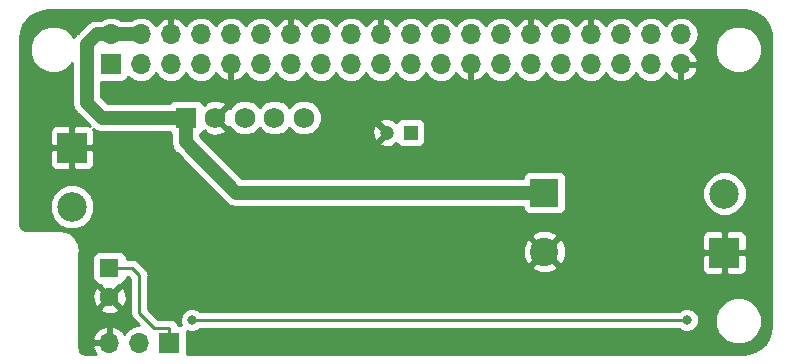
<source format=gbr>
G04 #@! TF.GenerationSoftware,KiCad,Pcbnew,(5.0.0)*
G04 #@! TF.CreationDate,2019-02-20T13:04:28+09:00*
G04 #@! TF.ProjectId,pi-ups,70692D7570732E6B696361645F706362,rev?*
G04 #@! TF.SameCoordinates,Original*
G04 #@! TF.FileFunction,Copper,L2,Bot,Signal*
G04 #@! TF.FilePolarity,Positive*
%FSLAX46Y46*%
G04 Gerber Fmt 4.6, Leading zero omitted, Abs format (unit mm)*
G04 Created by KiCad (PCBNEW (5.0.0)) date 02/20/19 13:04:28*
%MOMM*%
%LPD*%
G01*
G04 APERTURE LIST*
G04 #@! TA.AperFunction,ComponentPad*
%ADD10R,1.600000X1.600000*%
G04 #@! TD*
G04 #@! TA.AperFunction,ComponentPad*
%ADD11C,1.600000*%
G04 #@! TD*
G04 #@! TA.AperFunction,ComponentPad*
%ADD12R,1.200000X1.200000*%
G04 #@! TD*
G04 #@! TA.AperFunction,ComponentPad*
%ADD13C,1.200000*%
G04 #@! TD*
G04 #@! TA.AperFunction,ComponentPad*
%ADD14R,2.400000X2.400000*%
G04 #@! TD*
G04 #@! TA.AperFunction,ComponentPad*
%ADD15C,2.400000*%
G04 #@! TD*
G04 #@! TA.AperFunction,ComponentPad*
%ADD16C,2.500000*%
G04 #@! TD*
G04 #@! TA.AperFunction,ComponentPad*
%ADD17R,2.500000X2.500000*%
G04 #@! TD*
G04 #@! TA.AperFunction,ComponentPad*
%ADD18R,1.700000X1.700000*%
G04 #@! TD*
G04 #@! TA.AperFunction,ComponentPad*
%ADD19O,1.700000X1.700000*%
G04 #@! TD*
G04 #@! TA.AperFunction,ComponentPad*
%ADD20R,1.750000X1.750000*%
G04 #@! TD*
G04 #@! TA.AperFunction,ComponentPad*
%ADD21C,1.750000*%
G04 #@! TD*
G04 #@! TA.AperFunction,ViaPad*
%ADD22C,0.800000*%
G04 #@! TD*
G04 #@! TA.AperFunction,Conductor*
%ADD23C,0.250000*%
G04 #@! TD*
G04 #@! TA.AperFunction,Conductor*
%ADD24C,1.200000*%
G04 #@! TD*
G04 #@! TA.AperFunction,Conductor*
%ADD25C,0.254000*%
G04 #@! TD*
G04 APERTURE END LIST*
D10*
G04 #@! TO.P,C1,1*
G04 #@! TO.N,Net-(C1-Pad1)*
X95250000Y-110490000D03*
D11*
G04 #@! TO.P,C1,2*
G04 #@! TO.N,pi-06*
X95250000Y-112990000D03*
G04 #@! TD*
D12*
G04 #@! TO.P,C4,1*
G04 #@! TO.N,Net-(C3-Pad1)*
X120745000Y-99060000D03*
D13*
G04 #@! TO.P,C4,2*
G04 #@! TO.N,pi-06*
X118745000Y-99060000D03*
G04 #@! TD*
D14*
G04 #@! TO.P,C5,1*
G04 #@! TO.N,pi-02*
X132080000Y-104140000D03*
D15*
G04 #@! TO.P,C5,2*
G04 #@! TO.N,pi-06*
X132080000Y-109140000D03*
G04 #@! TD*
D16*
G04 #@! TO.P,J1,2*
G04 #@! TO.N,Net-(C1-Pad1)*
X92075000Y-105330000D03*
D17*
G04 #@! TO.P,J1,1*
G04 #@! TO.N,pi-06*
X92075000Y-100330000D03*
G04 #@! TD*
D18*
G04 #@! TO.P,J2,1*
G04 #@! TO.N,pi-01*
X95370000Y-93270000D03*
D19*
G04 #@! TO.P,J2,2*
G04 #@! TO.N,pi-02*
X95370000Y-90730000D03*
G04 #@! TO.P,J2,3*
G04 #@! TO.N,N/C*
X97910000Y-93270000D03*
G04 #@! TO.P,J2,4*
G04 #@! TO.N,pi-02*
X97910000Y-90730000D03*
G04 #@! TO.P,J2,5*
G04 #@! TO.N,N/C*
X100450000Y-93270000D03*
G04 #@! TO.P,J2,6*
G04 #@! TO.N,pi-06*
X100450000Y-90730000D03*
G04 #@! TO.P,J2,7*
G04 #@! TO.N,N/C*
X102990000Y-93270000D03*
G04 #@! TO.P,J2,8*
G04 #@! TO.N,pi-08*
X102990000Y-90730000D03*
G04 #@! TO.P,J2,9*
G04 #@! TO.N,pi-06*
X105530000Y-93270000D03*
G04 #@! TO.P,J2,10*
G04 #@! TO.N,pi-10*
X105530000Y-90730000D03*
G04 #@! TO.P,J2,11*
G04 #@! TO.N,N/C*
X108070000Y-93270000D03*
G04 #@! TO.P,J2,12*
G04 #@! TO.N,pi-12*
X108070000Y-90730000D03*
G04 #@! TO.P,J2,13*
G04 #@! TO.N,N/C*
X110610000Y-93270000D03*
G04 #@! TO.P,J2,14*
G04 #@! TO.N,pi-06*
X110610000Y-90730000D03*
G04 #@! TO.P,J2,15*
G04 #@! TO.N,N/C*
X113150000Y-93270000D03*
G04 #@! TO.P,J2,16*
X113150000Y-90730000D03*
G04 #@! TO.P,J2,17*
G04 #@! TO.N,pi-01*
X115690000Y-93270000D03*
G04 #@! TO.P,J2,18*
G04 #@! TO.N,N/C*
X115690000Y-90730000D03*
G04 #@! TO.P,J2,19*
X118230000Y-93270000D03*
G04 #@! TO.P,J2,20*
G04 #@! TO.N,pi-06*
X118230000Y-90730000D03*
G04 #@! TO.P,J2,21*
G04 #@! TO.N,N/C*
X120770000Y-93270000D03*
G04 #@! TO.P,J2,22*
X120770000Y-90730000D03*
G04 #@! TO.P,J2,23*
X123310000Y-93270000D03*
G04 #@! TO.P,J2,24*
X123310000Y-90730000D03*
G04 #@! TO.P,J2,25*
G04 #@! TO.N,pi-06*
X125850000Y-93270000D03*
G04 #@! TO.P,J2,26*
G04 #@! TO.N,N/C*
X125850000Y-90730000D03*
G04 #@! TO.P,J2,27*
X128390000Y-93270000D03*
G04 #@! TO.P,J2,28*
X128390000Y-90730000D03*
G04 #@! TO.P,J2,29*
X130930000Y-93270000D03*
G04 #@! TO.P,J2,30*
G04 #@! TO.N,pi-06*
X130930000Y-90730000D03*
G04 #@! TO.P,J2,31*
G04 #@! TO.N,N/C*
X133470000Y-93270000D03*
G04 #@! TO.P,J2,32*
X133470000Y-90730000D03*
G04 #@! TO.P,J2,33*
X136010000Y-93270000D03*
G04 #@! TO.P,J2,34*
G04 #@! TO.N,pi-06*
X136010000Y-90730000D03*
G04 #@! TO.P,J2,35*
G04 #@! TO.N,N/C*
X138550000Y-93270000D03*
G04 #@! TO.P,J2,36*
X138550000Y-90730000D03*
G04 #@! TO.P,J2,37*
G04 #@! TO.N,pi-37*
X141090000Y-93270000D03*
G04 #@! TO.P,J2,38*
G04 #@! TO.N,N/C*
X141090000Y-90730000D03*
G04 #@! TO.P,J2,39*
G04 #@! TO.N,pi-06*
X143630000Y-93270000D03*
G04 #@! TO.P,J2,40*
G04 #@! TO.N,N/C*
X143630000Y-90730000D03*
G04 #@! TD*
D20*
G04 #@! TO.P,J3,1*
G04 #@! TO.N,pi-02*
X101720000Y-97790000D03*
D21*
G04 #@! TO.P,J3,2*
G04 #@! TO.N,pi-06*
X104220000Y-97790000D03*
G04 #@! TO.P,J3,3*
G04 #@! TO.N,pi-08*
X106720000Y-97790000D03*
G04 #@! TO.P,J3,4*
G04 #@! TO.N,pi-10*
X109220000Y-97790000D03*
G04 #@! TO.P,J3,5*
G04 #@! TO.N,pi-12*
X111720000Y-97790000D03*
G04 #@! TD*
D17*
G04 #@! TO.P,J4,1*
G04 #@! TO.N,pi-06*
X147320000Y-109220000D03*
D16*
G04 #@! TO.P,J4,2*
G04 #@! TO.N,pi-02*
X147320000Y-104220000D03*
G04 #@! TD*
D18*
G04 #@! TO.P,SW1,1*
G04 #@! TO.N,Net-(C1-Pad1)*
X100330000Y-116840000D03*
D19*
G04 #@! TO.P,SW1,2*
G04 #@! TO.N,Net-(R1-Pad2)*
X97790000Y-116840000D03*
G04 #@! TO.P,SW1,3*
G04 #@! TO.N,pi-06*
X95250000Y-116840000D03*
G04 #@! TD*
D22*
G04 #@! TO.N,pi-37*
X144145000Y-114935000D03*
X102235000Y-114935000D03*
G04 #@! TD*
D23*
G04 #@! TO.N,Net-(C1-Pad1)*
X100330000Y-116840000D02*
X100330000Y-115570000D01*
X100330000Y-115570000D02*
X99060000Y-115570000D01*
X99060000Y-115570000D02*
X97790000Y-114300000D01*
X97790000Y-114300000D02*
X97790000Y-111125000D01*
X97155000Y-110490000D02*
X95250000Y-110490000D01*
X97790000Y-111125000D02*
X97155000Y-110490000D01*
D24*
G04 #@! TO.N,pi-02*
X129680000Y-104140000D02*
X132080000Y-104140000D01*
X105995000Y-104140000D02*
X129680000Y-104140000D01*
X101720000Y-99865000D02*
X105995000Y-104140000D01*
X101720000Y-97790000D02*
X101720000Y-99865000D01*
X99645000Y-97790000D02*
X101720000Y-97790000D01*
X94615000Y-97790000D02*
X99645000Y-97790000D01*
X93345000Y-96520000D02*
X94615000Y-97790000D01*
X93345000Y-91552919D02*
X93345000Y-96520000D01*
X95370000Y-90730000D02*
X94167919Y-90730000D01*
X94167919Y-90730000D02*
X93345000Y-91552919D01*
X95370000Y-90730000D02*
X97910000Y-90730000D01*
D23*
G04 #@! TO.N,pi-37*
X144145000Y-114935000D02*
X106680000Y-114935000D01*
X102235000Y-114935000D02*
X106680000Y-114935000D01*
G04 #@! TD*
D25*
G04 #@! TO.N,pi-06*
G36*
X149525708Y-88776100D02*
X150023212Y-88956685D01*
X150465835Y-89246881D01*
X150829823Y-89631116D01*
X151095658Y-90088784D01*
X151251892Y-90604629D01*
X151290000Y-91031618D01*
X151290001Y-115314712D01*
X151286063Y-115325301D01*
X151269945Y-115414884D01*
X151199405Y-116019918D01*
X151020809Y-116511944D01*
X150733810Y-116949689D01*
X150353807Y-117309670D01*
X149901180Y-117572576D01*
X149390584Y-117727220D01*
X148934663Y-117767910D01*
X148828463Y-117790000D01*
X101807549Y-117790000D01*
X101827440Y-117690000D01*
X101827440Y-115990000D01*
X101804995Y-115877162D01*
X102029126Y-115970000D01*
X102440874Y-115970000D01*
X102821280Y-115812431D01*
X102938711Y-115695000D01*
X143441289Y-115695000D01*
X143558720Y-115812431D01*
X143939126Y-115970000D01*
X144350874Y-115970000D01*
X144731280Y-115812431D01*
X145022431Y-115521280D01*
X145180000Y-115140874D01*
X145180000Y-114729126D01*
X145128652Y-114605159D01*
X146515000Y-114605159D01*
X146515000Y-115394841D01*
X146817199Y-116124412D01*
X147375588Y-116682801D01*
X148105159Y-116985000D01*
X148894841Y-116985000D01*
X149624412Y-116682801D01*
X150182801Y-116124412D01*
X150485000Y-115394841D01*
X150485000Y-114605159D01*
X150182801Y-113875588D01*
X149624412Y-113317199D01*
X148894841Y-113015000D01*
X148105159Y-113015000D01*
X147375588Y-113317199D01*
X146817199Y-113875588D01*
X146515000Y-114605159D01*
X145128652Y-114605159D01*
X145022431Y-114348720D01*
X144731280Y-114057569D01*
X144350874Y-113900000D01*
X143939126Y-113900000D01*
X143558720Y-114057569D01*
X143441289Y-114175000D01*
X102938711Y-114175000D01*
X102821280Y-114057569D01*
X102440874Y-113900000D01*
X102029126Y-113900000D01*
X101648720Y-114057569D01*
X101357569Y-114348720D01*
X101200000Y-114729126D01*
X101200000Y-115140874D01*
X101292838Y-115365005D01*
X101180000Y-115342560D01*
X101059648Y-115342560D01*
X101045904Y-115273463D01*
X100877929Y-115022071D01*
X100626537Y-114854096D01*
X100404852Y-114810000D01*
X100330000Y-114795111D01*
X100255148Y-114810000D01*
X99374802Y-114810000D01*
X98550000Y-113985199D01*
X98550000Y-111199848D01*
X98564888Y-111125000D01*
X98550000Y-111050152D01*
X98550000Y-111050148D01*
X98505904Y-110828463D01*
X98337929Y-110577071D01*
X98274473Y-110534671D01*
X98176977Y-110437175D01*
X130962430Y-110437175D01*
X131085565Y-110724788D01*
X131767734Y-110984707D01*
X132497443Y-110963786D01*
X133074435Y-110724788D01*
X133197570Y-110437175D01*
X132080000Y-109319605D01*
X130962430Y-110437175D01*
X98176977Y-110437175D01*
X97745331Y-110005530D01*
X97702929Y-109942071D01*
X97451537Y-109774096D01*
X97229852Y-109730000D01*
X97229847Y-109730000D01*
X97155000Y-109715112D01*
X97080153Y-109730000D01*
X96697440Y-109730000D01*
X96697440Y-109690000D01*
X96648157Y-109442235D01*
X96507809Y-109232191D01*
X96297765Y-109091843D01*
X96050000Y-109042560D01*
X94450000Y-109042560D01*
X94202235Y-109091843D01*
X93992191Y-109232191D01*
X93851843Y-109442235D01*
X93802560Y-109690000D01*
X93802560Y-111290000D01*
X93851843Y-111537765D01*
X93992191Y-111747809D01*
X94202235Y-111888157D01*
X94436187Y-111934693D01*
X94421861Y-111982255D01*
X95250000Y-112810395D01*
X96078139Y-111982255D01*
X96063813Y-111934693D01*
X96297765Y-111888157D01*
X96507809Y-111747809D01*
X96648157Y-111537765D01*
X96697440Y-111290000D01*
X96697440Y-111250000D01*
X96840199Y-111250000D01*
X97030001Y-111439803D01*
X97030000Y-114225153D01*
X97015112Y-114300000D01*
X97030000Y-114374847D01*
X97030000Y-114374851D01*
X97074096Y-114596536D01*
X97242071Y-114847929D01*
X97305530Y-114890331D01*
X97770199Y-115355000D01*
X97643744Y-115355000D01*
X97210582Y-115441161D01*
X96719375Y-115769375D01*
X96506157Y-116088478D01*
X96445183Y-115958642D01*
X96016924Y-115568355D01*
X95606890Y-115398524D01*
X95377000Y-115519845D01*
X95377000Y-116713000D01*
X95397000Y-116713000D01*
X95397000Y-116967000D01*
X95377000Y-116967000D01*
X95377000Y-116987000D01*
X95123000Y-116987000D01*
X95123000Y-116967000D01*
X93929181Y-116967000D01*
X93808514Y-117196892D01*
X94054817Y-117721358D01*
X94130137Y-117790000D01*
X93169650Y-117790000D01*
X93143391Y-117779123D01*
X92904101Y-117731525D01*
X92822798Y-117677201D01*
X92768475Y-117595901D01*
X92720877Y-117356609D01*
X92710000Y-117330350D01*
X92710000Y-116483108D01*
X93808514Y-116483108D01*
X93929181Y-116713000D01*
X95123000Y-116713000D01*
X95123000Y-115519845D01*
X94893110Y-115398524D01*
X94483076Y-115568355D01*
X94054817Y-115958642D01*
X93808514Y-116483108D01*
X92710000Y-116483108D01*
X92710000Y-113997745D01*
X94421861Y-113997745D01*
X94495995Y-114243864D01*
X95033223Y-114436965D01*
X95603454Y-114409778D01*
X96004005Y-114243864D01*
X96078139Y-113997745D01*
X95250000Y-113169605D01*
X94421861Y-113997745D01*
X92710000Y-113997745D01*
X92710000Y-112773223D01*
X93803035Y-112773223D01*
X93830222Y-113343454D01*
X93996136Y-113744005D01*
X94242255Y-113818139D01*
X95070395Y-112990000D01*
X95429605Y-112990000D01*
X96257745Y-113818139D01*
X96503864Y-113744005D01*
X96696965Y-113206777D01*
X96669778Y-112636546D01*
X96503864Y-112235995D01*
X96257745Y-112161861D01*
X95429605Y-112990000D01*
X95070395Y-112990000D01*
X94242255Y-112161861D01*
X93996136Y-112235995D01*
X93803035Y-112773223D01*
X92710000Y-112773223D01*
X92710000Y-109169651D01*
X92720877Y-109143392D01*
X92720877Y-108856609D01*
X92715134Y-108827734D01*
X130235293Y-108827734D01*
X130256214Y-109557443D01*
X130495212Y-110134435D01*
X130782825Y-110257570D01*
X131900395Y-109140000D01*
X132259605Y-109140000D01*
X133377175Y-110257570D01*
X133664788Y-110134435D01*
X133904328Y-109505750D01*
X145435000Y-109505750D01*
X145435000Y-110596309D01*
X145531673Y-110829698D01*
X145710301Y-111008327D01*
X145943690Y-111105000D01*
X147034250Y-111105000D01*
X147193000Y-110946250D01*
X147193000Y-109347000D01*
X147447000Y-109347000D01*
X147447000Y-110946250D01*
X147605750Y-111105000D01*
X148696310Y-111105000D01*
X148929699Y-111008327D01*
X149108327Y-110829698D01*
X149205000Y-110596309D01*
X149205000Y-109505750D01*
X149046250Y-109347000D01*
X147447000Y-109347000D01*
X147193000Y-109347000D01*
X145593750Y-109347000D01*
X145435000Y-109505750D01*
X133904328Y-109505750D01*
X133924707Y-109452266D01*
X133903786Y-108722557D01*
X133664788Y-108145565D01*
X133377175Y-108022430D01*
X132259605Y-109140000D01*
X131900395Y-109140000D01*
X130782825Y-108022430D01*
X130495212Y-108145565D01*
X130235293Y-108827734D01*
X92715134Y-108827734D01*
X92644757Y-108473926D01*
X92535010Y-108208974D01*
X92535010Y-108208973D01*
X92318237Y-107884549D01*
X92276513Y-107842825D01*
X130962430Y-107842825D01*
X132080000Y-108960395D01*
X133196704Y-107843691D01*
X145435000Y-107843691D01*
X145435000Y-108934250D01*
X145593750Y-109093000D01*
X147193000Y-109093000D01*
X147193000Y-107493750D01*
X147447000Y-107493750D01*
X147447000Y-109093000D01*
X149046250Y-109093000D01*
X149205000Y-108934250D01*
X149205000Y-107843691D01*
X149108327Y-107610302D01*
X148929699Y-107431673D01*
X148696310Y-107335000D01*
X147605750Y-107335000D01*
X147447000Y-107493750D01*
X147193000Y-107493750D01*
X147034250Y-107335000D01*
X145943690Y-107335000D01*
X145710301Y-107431673D01*
X145531673Y-107610302D01*
X145435000Y-107843691D01*
X133196704Y-107843691D01*
X133197570Y-107842825D01*
X133074435Y-107555212D01*
X132392266Y-107295293D01*
X131662557Y-107316214D01*
X131085565Y-107555212D01*
X130962430Y-107842825D01*
X92276513Y-107842825D01*
X92224714Y-107791026D01*
X92115451Y-107681762D01*
X91791027Y-107464990D01*
X91526074Y-107355243D01*
X91143391Y-107279123D01*
X90856608Y-107279123D01*
X90830349Y-107290000D01*
X88169650Y-107290000D01*
X88143391Y-107279123D01*
X87904101Y-107231525D01*
X87822798Y-107177201D01*
X87768475Y-107095901D01*
X87720877Y-106856609D01*
X87710000Y-106830350D01*
X87710000Y-104955050D01*
X90190000Y-104955050D01*
X90190000Y-105704950D01*
X90476974Y-106397767D01*
X91007233Y-106928026D01*
X91700050Y-107215000D01*
X92449950Y-107215000D01*
X93142767Y-106928026D01*
X93673026Y-106397767D01*
X93960000Y-105704950D01*
X93960000Y-104955050D01*
X93673026Y-104262233D01*
X93142767Y-103731974D01*
X92449950Y-103445000D01*
X91700050Y-103445000D01*
X91007233Y-103731974D01*
X90476974Y-104262233D01*
X90190000Y-104955050D01*
X87710000Y-104955050D01*
X87710000Y-100615750D01*
X90190000Y-100615750D01*
X90190000Y-101706309D01*
X90286673Y-101939698D01*
X90465301Y-102118327D01*
X90698690Y-102215000D01*
X91789250Y-102215000D01*
X91948000Y-102056250D01*
X91948000Y-100457000D01*
X92202000Y-100457000D01*
X92202000Y-102056250D01*
X92360750Y-102215000D01*
X93451310Y-102215000D01*
X93684699Y-102118327D01*
X93863327Y-101939698D01*
X93960000Y-101706309D01*
X93960000Y-100615750D01*
X93801250Y-100457000D01*
X92202000Y-100457000D01*
X91948000Y-100457000D01*
X90348750Y-100457000D01*
X90190000Y-100615750D01*
X87710000Y-100615750D01*
X87710000Y-98953691D01*
X90190000Y-98953691D01*
X90190000Y-100044250D01*
X90348750Y-100203000D01*
X91948000Y-100203000D01*
X91948000Y-98603750D01*
X91789250Y-98445000D01*
X90698690Y-98445000D01*
X90465301Y-98541673D01*
X90286673Y-98720302D01*
X90190000Y-98953691D01*
X87710000Y-98953691D01*
X87710000Y-91605159D01*
X88515000Y-91605159D01*
X88515000Y-92394841D01*
X88817199Y-93124412D01*
X89375588Y-93682801D01*
X90105159Y-93985000D01*
X90894841Y-93985000D01*
X91624412Y-93682801D01*
X92110000Y-93197213D01*
X92110001Y-96398363D01*
X92085806Y-96520000D01*
X92181656Y-97001872D01*
X92385714Y-97307267D01*
X92385716Y-97307269D01*
X92454616Y-97410385D01*
X92557731Y-97479284D01*
X93574454Y-98496008D01*
X93451310Y-98445000D01*
X92360750Y-98445000D01*
X92202000Y-98603750D01*
X92202000Y-100203000D01*
X93801250Y-100203000D01*
X93960000Y-100044250D01*
X93960000Y-98953691D01*
X93893548Y-98793263D01*
X93918258Y-98809773D01*
X94133127Y-98953344D01*
X94493364Y-99025000D01*
X94493368Y-99025000D01*
X94614999Y-99049194D01*
X94736630Y-99025000D01*
X100321837Y-99025000D01*
X100387191Y-99122809D01*
X100485001Y-99188164D01*
X100485001Y-99743364D01*
X100460806Y-99865000D01*
X100556656Y-100346872D01*
X100760714Y-100652267D01*
X100760716Y-100652269D01*
X100829616Y-100755385D01*
X100932732Y-100824285D01*
X105035715Y-104927269D01*
X105104615Y-105030385D01*
X105207731Y-105099285D01*
X105207732Y-105099286D01*
X105489814Y-105287767D01*
X105513127Y-105303344D01*
X105873364Y-105375000D01*
X105873368Y-105375000D01*
X105995000Y-105399194D01*
X106116632Y-105375000D01*
X130239522Y-105375000D01*
X130281843Y-105587765D01*
X130422191Y-105797809D01*
X130632235Y-105938157D01*
X130880000Y-105987440D01*
X133280000Y-105987440D01*
X133527765Y-105938157D01*
X133737809Y-105797809D01*
X133878157Y-105587765D01*
X133927440Y-105340000D01*
X133927440Y-103845050D01*
X145435000Y-103845050D01*
X145435000Y-104594950D01*
X145721974Y-105287767D01*
X146252233Y-105818026D01*
X146945050Y-106105000D01*
X147694950Y-106105000D01*
X148387767Y-105818026D01*
X148918026Y-105287767D01*
X149205000Y-104594950D01*
X149205000Y-103845050D01*
X148918026Y-103152233D01*
X148387767Y-102621974D01*
X147694950Y-102335000D01*
X146945050Y-102335000D01*
X146252233Y-102621974D01*
X145721974Y-103152233D01*
X145435000Y-103845050D01*
X133927440Y-103845050D01*
X133927440Y-102940000D01*
X133878157Y-102692235D01*
X133737809Y-102482191D01*
X133527765Y-102341843D01*
X133280000Y-102292560D01*
X130880000Y-102292560D01*
X130632235Y-102341843D01*
X130422191Y-102482191D01*
X130281843Y-102692235D01*
X130239522Y-102905000D01*
X106506554Y-102905000D01*
X102955000Y-99353447D01*
X102955000Y-99188163D01*
X103052809Y-99122809D01*
X103183475Y-98927255D01*
X103222914Y-98966694D01*
X103337546Y-98852062D01*
X103420884Y-99105953D01*
X103985306Y-99311590D01*
X104585458Y-99285579D01*
X105019116Y-99105953D01*
X105102455Y-98852060D01*
X104220000Y-97969605D01*
X104205858Y-97983748D01*
X104026253Y-97804143D01*
X104040395Y-97790000D01*
X104399605Y-97790000D01*
X105282060Y-98672455D01*
X105430879Y-98623606D01*
X105439884Y-98645346D01*
X105864654Y-99070116D01*
X106419642Y-99300000D01*
X107020358Y-99300000D01*
X107575346Y-99070116D01*
X107970000Y-98675462D01*
X108364654Y-99070116D01*
X108919642Y-99300000D01*
X109520358Y-99300000D01*
X110075346Y-99070116D01*
X110470000Y-98675462D01*
X110864654Y-99070116D01*
X111419642Y-99300000D01*
X112020358Y-99300000D01*
X112575346Y-99070116D01*
X112754426Y-98891036D01*
X117497193Y-98891036D01*
X117527518Y-99381413D01*
X117656836Y-99693617D01*
X117882265Y-99743130D01*
X118565395Y-99060000D01*
X117882265Y-98376870D01*
X117656836Y-98426383D01*
X117497193Y-98891036D01*
X112754426Y-98891036D01*
X113000116Y-98645346D01*
X113185717Y-98197265D01*
X118061870Y-98197265D01*
X118745000Y-98880395D01*
X118759143Y-98866253D01*
X118938748Y-99045858D01*
X118924605Y-99060000D01*
X118938748Y-99074143D01*
X118759143Y-99253748D01*
X118745000Y-99239605D01*
X118061870Y-99922735D01*
X118111383Y-100148164D01*
X118576036Y-100307807D01*
X119066413Y-100277482D01*
X119378617Y-100148164D01*
X119428129Y-99922737D01*
X119543822Y-100038430D01*
X119597970Y-99984282D01*
X119687191Y-100117809D01*
X119897235Y-100258157D01*
X120145000Y-100307440D01*
X121345000Y-100307440D01*
X121592765Y-100258157D01*
X121802809Y-100117809D01*
X121943157Y-99907765D01*
X121992440Y-99660000D01*
X121992440Y-98460000D01*
X121943157Y-98212235D01*
X121802809Y-98002191D01*
X121592765Y-97861843D01*
X121345000Y-97812560D01*
X120145000Y-97812560D01*
X119897235Y-97861843D01*
X119687191Y-98002191D01*
X119597970Y-98135718D01*
X119543822Y-98081570D01*
X119428129Y-98197263D01*
X119378617Y-97971836D01*
X118913964Y-97812193D01*
X118423587Y-97842518D01*
X118111383Y-97971836D01*
X118061870Y-98197265D01*
X113185717Y-98197265D01*
X113230000Y-98090358D01*
X113230000Y-97489642D01*
X113000116Y-96934654D01*
X112575346Y-96509884D01*
X112020358Y-96280000D01*
X111419642Y-96280000D01*
X110864654Y-96509884D01*
X110470000Y-96904538D01*
X110075346Y-96509884D01*
X109520358Y-96280000D01*
X108919642Y-96280000D01*
X108364654Y-96509884D01*
X107970000Y-96904538D01*
X107575346Y-96509884D01*
X107020358Y-96280000D01*
X106419642Y-96280000D01*
X105864654Y-96509884D01*
X105439884Y-96934654D01*
X105430879Y-96956394D01*
X105282060Y-96907545D01*
X104399605Y-97790000D01*
X104040395Y-97790000D01*
X104026253Y-97775858D01*
X104205858Y-97596253D01*
X104220000Y-97610395D01*
X105102455Y-96727940D01*
X105019116Y-96474047D01*
X104454694Y-96268410D01*
X103854542Y-96294421D01*
X103420884Y-96474047D01*
X103337546Y-96727938D01*
X103222914Y-96613306D01*
X103183475Y-96652745D01*
X103052809Y-96457191D01*
X102842765Y-96316843D01*
X102595000Y-96267560D01*
X100845000Y-96267560D01*
X100597235Y-96316843D01*
X100387191Y-96457191D01*
X100321837Y-96555000D01*
X95126554Y-96555000D01*
X94580000Y-96008447D01*
X94580000Y-94767440D01*
X96220000Y-94767440D01*
X96467765Y-94718157D01*
X96677809Y-94577809D01*
X96818157Y-94367765D01*
X96827184Y-94322381D01*
X96839375Y-94340625D01*
X97330582Y-94668839D01*
X97763744Y-94755000D01*
X98056256Y-94755000D01*
X98489418Y-94668839D01*
X98980625Y-94340625D01*
X99180000Y-94042239D01*
X99379375Y-94340625D01*
X99870582Y-94668839D01*
X100303744Y-94755000D01*
X100596256Y-94755000D01*
X101029418Y-94668839D01*
X101520625Y-94340625D01*
X101720000Y-94042239D01*
X101919375Y-94340625D01*
X102410582Y-94668839D01*
X102843744Y-94755000D01*
X103136256Y-94755000D01*
X103569418Y-94668839D01*
X104060625Y-94340625D01*
X104273843Y-94021522D01*
X104334817Y-94151358D01*
X104763076Y-94541645D01*
X105173110Y-94711476D01*
X105403000Y-94590155D01*
X105403000Y-93397000D01*
X105383000Y-93397000D01*
X105383000Y-93143000D01*
X105403000Y-93143000D01*
X105403000Y-93123000D01*
X105657000Y-93123000D01*
X105657000Y-93143000D01*
X105677000Y-93143000D01*
X105677000Y-93397000D01*
X105657000Y-93397000D01*
X105657000Y-94590155D01*
X105886890Y-94711476D01*
X106296924Y-94541645D01*
X106725183Y-94151358D01*
X106786157Y-94021522D01*
X106999375Y-94340625D01*
X107490582Y-94668839D01*
X107923744Y-94755000D01*
X108216256Y-94755000D01*
X108649418Y-94668839D01*
X109140625Y-94340625D01*
X109340000Y-94042239D01*
X109539375Y-94340625D01*
X110030582Y-94668839D01*
X110463744Y-94755000D01*
X110756256Y-94755000D01*
X111189418Y-94668839D01*
X111680625Y-94340625D01*
X111880000Y-94042239D01*
X112079375Y-94340625D01*
X112570582Y-94668839D01*
X113003744Y-94755000D01*
X113296256Y-94755000D01*
X113729418Y-94668839D01*
X114220625Y-94340625D01*
X114420000Y-94042239D01*
X114619375Y-94340625D01*
X115110582Y-94668839D01*
X115543744Y-94755000D01*
X115836256Y-94755000D01*
X116269418Y-94668839D01*
X116760625Y-94340625D01*
X116960000Y-94042239D01*
X117159375Y-94340625D01*
X117650582Y-94668839D01*
X118083744Y-94755000D01*
X118376256Y-94755000D01*
X118809418Y-94668839D01*
X119300625Y-94340625D01*
X119500000Y-94042239D01*
X119699375Y-94340625D01*
X120190582Y-94668839D01*
X120623744Y-94755000D01*
X120916256Y-94755000D01*
X121349418Y-94668839D01*
X121840625Y-94340625D01*
X122040000Y-94042239D01*
X122239375Y-94340625D01*
X122730582Y-94668839D01*
X123163744Y-94755000D01*
X123456256Y-94755000D01*
X123889418Y-94668839D01*
X124380625Y-94340625D01*
X124593843Y-94021522D01*
X124654817Y-94151358D01*
X125083076Y-94541645D01*
X125493110Y-94711476D01*
X125723000Y-94590155D01*
X125723000Y-93397000D01*
X125703000Y-93397000D01*
X125703000Y-93143000D01*
X125723000Y-93143000D01*
X125723000Y-93123000D01*
X125977000Y-93123000D01*
X125977000Y-93143000D01*
X125997000Y-93143000D01*
X125997000Y-93397000D01*
X125977000Y-93397000D01*
X125977000Y-94590155D01*
X126206890Y-94711476D01*
X126616924Y-94541645D01*
X127045183Y-94151358D01*
X127106157Y-94021522D01*
X127319375Y-94340625D01*
X127810582Y-94668839D01*
X128243744Y-94755000D01*
X128536256Y-94755000D01*
X128969418Y-94668839D01*
X129460625Y-94340625D01*
X129660000Y-94042239D01*
X129859375Y-94340625D01*
X130350582Y-94668839D01*
X130783744Y-94755000D01*
X131076256Y-94755000D01*
X131509418Y-94668839D01*
X132000625Y-94340625D01*
X132200000Y-94042239D01*
X132399375Y-94340625D01*
X132890582Y-94668839D01*
X133323744Y-94755000D01*
X133616256Y-94755000D01*
X134049418Y-94668839D01*
X134540625Y-94340625D01*
X134740000Y-94042239D01*
X134939375Y-94340625D01*
X135430582Y-94668839D01*
X135863744Y-94755000D01*
X136156256Y-94755000D01*
X136589418Y-94668839D01*
X137080625Y-94340625D01*
X137280000Y-94042239D01*
X137479375Y-94340625D01*
X137970582Y-94668839D01*
X138403744Y-94755000D01*
X138696256Y-94755000D01*
X139129418Y-94668839D01*
X139620625Y-94340625D01*
X139820000Y-94042239D01*
X140019375Y-94340625D01*
X140510582Y-94668839D01*
X140943744Y-94755000D01*
X141236256Y-94755000D01*
X141669418Y-94668839D01*
X142160625Y-94340625D01*
X142373843Y-94021522D01*
X142434817Y-94151358D01*
X142863076Y-94541645D01*
X143273110Y-94711476D01*
X143503000Y-94590155D01*
X143503000Y-93397000D01*
X143757000Y-93397000D01*
X143757000Y-94590155D01*
X143986890Y-94711476D01*
X144396924Y-94541645D01*
X144825183Y-94151358D01*
X145071486Y-93626892D01*
X144950819Y-93397000D01*
X143757000Y-93397000D01*
X143503000Y-93397000D01*
X143483000Y-93397000D01*
X143483000Y-93143000D01*
X143503000Y-93143000D01*
X143503000Y-93123000D01*
X143757000Y-93123000D01*
X143757000Y-93143000D01*
X144950819Y-93143000D01*
X145071486Y-92913108D01*
X144825183Y-92388642D01*
X144400214Y-92001353D01*
X144700625Y-91800625D01*
X144831231Y-91605159D01*
X146515000Y-91605159D01*
X146515000Y-92394841D01*
X146817199Y-93124412D01*
X147375588Y-93682801D01*
X148105159Y-93985000D01*
X148894841Y-93985000D01*
X149624412Y-93682801D01*
X150182801Y-93124412D01*
X150485000Y-92394841D01*
X150485000Y-91605159D01*
X150182801Y-90875588D01*
X149624412Y-90317199D01*
X148894841Y-90015000D01*
X148105159Y-90015000D01*
X147375588Y-90317199D01*
X146817199Y-90875588D01*
X146515000Y-91605159D01*
X144831231Y-91605159D01*
X145028839Y-91309418D01*
X145144092Y-90730000D01*
X145028839Y-90150582D01*
X144700625Y-89659375D01*
X144209418Y-89331161D01*
X143776256Y-89245000D01*
X143483744Y-89245000D01*
X143050582Y-89331161D01*
X142559375Y-89659375D01*
X142360000Y-89957761D01*
X142160625Y-89659375D01*
X141669418Y-89331161D01*
X141236256Y-89245000D01*
X140943744Y-89245000D01*
X140510582Y-89331161D01*
X140019375Y-89659375D01*
X139820000Y-89957761D01*
X139620625Y-89659375D01*
X139129418Y-89331161D01*
X138696256Y-89245000D01*
X138403744Y-89245000D01*
X137970582Y-89331161D01*
X137479375Y-89659375D01*
X137266157Y-89978478D01*
X137205183Y-89848642D01*
X136776924Y-89458355D01*
X136366890Y-89288524D01*
X136137000Y-89409845D01*
X136137000Y-90603000D01*
X136157000Y-90603000D01*
X136157000Y-90857000D01*
X136137000Y-90857000D01*
X136137000Y-90877000D01*
X135883000Y-90877000D01*
X135883000Y-90857000D01*
X135863000Y-90857000D01*
X135863000Y-90603000D01*
X135883000Y-90603000D01*
X135883000Y-89409845D01*
X135653110Y-89288524D01*
X135243076Y-89458355D01*
X134814817Y-89848642D01*
X134753843Y-89978478D01*
X134540625Y-89659375D01*
X134049418Y-89331161D01*
X133616256Y-89245000D01*
X133323744Y-89245000D01*
X132890582Y-89331161D01*
X132399375Y-89659375D01*
X132186157Y-89978478D01*
X132125183Y-89848642D01*
X131696924Y-89458355D01*
X131286890Y-89288524D01*
X131057000Y-89409845D01*
X131057000Y-90603000D01*
X131077000Y-90603000D01*
X131077000Y-90857000D01*
X131057000Y-90857000D01*
X131057000Y-90877000D01*
X130803000Y-90877000D01*
X130803000Y-90857000D01*
X130783000Y-90857000D01*
X130783000Y-90603000D01*
X130803000Y-90603000D01*
X130803000Y-89409845D01*
X130573110Y-89288524D01*
X130163076Y-89458355D01*
X129734817Y-89848642D01*
X129673843Y-89978478D01*
X129460625Y-89659375D01*
X128969418Y-89331161D01*
X128536256Y-89245000D01*
X128243744Y-89245000D01*
X127810582Y-89331161D01*
X127319375Y-89659375D01*
X127120000Y-89957761D01*
X126920625Y-89659375D01*
X126429418Y-89331161D01*
X125996256Y-89245000D01*
X125703744Y-89245000D01*
X125270582Y-89331161D01*
X124779375Y-89659375D01*
X124580000Y-89957761D01*
X124380625Y-89659375D01*
X123889418Y-89331161D01*
X123456256Y-89245000D01*
X123163744Y-89245000D01*
X122730582Y-89331161D01*
X122239375Y-89659375D01*
X122040000Y-89957761D01*
X121840625Y-89659375D01*
X121349418Y-89331161D01*
X120916256Y-89245000D01*
X120623744Y-89245000D01*
X120190582Y-89331161D01*
X119699375Y-89659375D01*
X119486157Y-89978478D01*
X119425183Y-89848642D01*
X118996924Y-89458355D01*
X118586890Y-89288524D01*
X118357000Y-89409845D01*
X118357000Y-90603000D01*
X118377000Y-90603000D01*
X118377000Y-90857000D01*
X118357000Y-90857000D01*
X118357000Y-90877000D01*
X118103000Y-90877000D01*
X118103000Y-90857000D01*
X118083000Y-90857000D01*
X118083000Y-90603000D01*
X118103000Y-90603000D01*
X118103000Y-89409845D01*
X117873110Y-89288524D01*
X117463076Y-89458355D01*
X117034817Y-89848642D01*
X116973843Y-89978478D01*
X116760625Y-89659375D01*
X116269418Y-89331161D01*
X115836256Y-89245000D01*
X115543744Y-89245000D01*
X115110582Y-89331161D01*
X114619375Y-89659375D01*
X114420000Y-89957761D01*
X114220625Y-89659375D01*
X113729418Y-89331161D01*
X113296256Y-89245000D01*
X113003744Y-89245000D01*
X112570582Y-89331161D01*
X112079375Y-89659375D01*
X111866157Y-89978478D01*
X111805183Y-89848642D01*
X111376924Y-89458355D01*
X110966890Y-89288524D01*
X110737000Y-89409845D01*
X110737000Y-90603000D01*
X110757000Y-90603000D01*
X110757000Y-90857000D01*
X110737000Y-90857000D01*
X110737000Y-90877000D01*
X110483000Y-90877000D01*
X110483000Y-90857000D01*
X110463000Y-90857000D01*
X110463000Y-90603000D01*
X110483000Y-90603000D01*
X110483000Y-89409845D01*
X110253110Y-89288524D01*
X109843076Y-89458355D01*
X109414817Y-89848642D01*
X109353843Y-89978478D01*
X109140625Y-89659375D01*
X108649418Y-89331161D01*
X108216256Y-89245000D01*
X107923744Y-89245000D01*
X107490582Y-89331161D01*
X106999375Y-89659375D01*
X106800000Y-89957761D01*
X106600625Y-89659375D01*
X106109418Y-89331161D01*
X105676256Y-89245000D01*
X105383744Y-89245000D01*
X104950582Y-89331161D01*
X104459375Y-89659375D01*
X104260000Y-89957761D01*
X104060625Y-89659375D01*
X103569418Y-89331161D01*
X103136256Y-89245000D01*
X102843744Y-89245000D01*
X102410582Y-89331161D01*
X101919375Y-89659375D01*
X101706157Y-89978478D01*
X101645183Y-89848642D01*
X101216924Y-89458355D01*
X100806890Y-89288524D01*
X100577000Y-89409845D01*
X100577000Y-90603000D01*
X100597000Y-90603000D01*
X100597000Y-90857000D01*
X100577000Y-90857000D01*
X100577000Y-90877000D01*
X100323000Y-90877000D01*
X100323000Y-90857000D01*
X100303000Y-90857000D01*
X100303000Y-90603000D01*
X100323000Y-90603000D01*
X100323000Y-89409845D01*
X100093110Y-89288524D01*
X99683076Y-89458355D01*
X99254817Y-89848642D01*
X99193843Y-89978478D01*
X98980625Y-89659375D01*
X98489418Y-89331161D01*
X98056256Y-89245000D01*
X97763744Y-89245000D01*
X97330582Y-89331161D01*
X97085380Y-89495000D01*
X96194620Y-89495000D01*
X95949418Y-89331161D01*
X95516256Y-89245000D01*
X95223744Y-89245000D01*
X94790582Y-89331161D01*
X94545380Y-89495000D01*
X94289549Y-89495000D01*
X94167918Y-89470806D01*
X94046287Y-89495000D01*
X94046283Y-89495000D01*
X93686046Y-89566656D01*
X93511154Y-89683515D01*
X93380651Y-89770714D01*
X93380650Y-89770715D01*
X93277534Y-89839615D01*
X93208634Y-89942731D01*
X92557733Y-90593633D01*
X92454615Y-90662534D01*
X92232342Y-90995190D01*
X92182801Y-90875588D01*
X91624412Y-90317199D01*
X90894841Y-90015000D01*
X90105159Y-90015000D01*
X89375588Y-90317199D01*
X88817199Y-90875588D01*
X88515000Y-91605159D01*
X87710000Y-91605159D01*
X87710000Y-91041247D01*
X87776100Y-90474292D01*
X87956685Y-89976788D01*
X88246881Y-89534165D01*
X88631116Y-89170177D01*
X89088784Y-88904342D01*
X89604629Y-88748108D01*
X90031618Y-88710000D01*
X148958753Y-88710000D01*
X149525708Y-88776100D01*
X149525708Y-88776100D01*
G37*
X149525708Y-88776100D02*
X150023212Y-88956685D01*
X150465835Y-89246881D01*
X150829823Y-89631116D01*
X151095658Y-90088784D01*
X151251892Y-90604629D01*
X151290000Y-91031618D01*
X151290001Y-115314712D01*
X151286063Y-115325301D01*
X151269945Y-115414884D01*
X151199405Y-116019918D01*
X151020809Y-116511944D01*
X150733810Y-116949689D01*
X150353807Y-117309670D01*
X149901180Y-117572576D01*
X149390584Y-117727220D01*
X148934663Y-117767910D01*
X148828463Y-117790000D01*
X101807549Y-117790000D01*
X101827440Y-117690000D01*
X101827440Y-115990000D01*
X101804995Y-115877162D01*
X102029126Y-115970000D01*
X102440874Y-115970000D01*
X102821280Y-115812431D01*
X102938711Y-115695000D01*
X143441289Y-115695000D01*
X143558720Y-115812431D01*
X143939126Y-115970000D01*
X144350874Y-115970000D01*
X144731280Y-115812431D01*
X145022431Y-115521280D01*
X145180000Y-115140874D01*
X145180000Y-114729126D01*
X145128652Y-114605159D01*
X146515000Y-114605159D01*
X146515000Y-115394841D01*
X146817199Y-116124412D01*
X147375588Y-116682801D01*
X148105159Y-116985000D01*
X148894841Y-116985000D01*
X149624412Y-116682801D01*
X150182801Y-116124412D01*
X150485000Y-115394841D01*
X150485000Y-114605159D01*
X150182801Y-113875588D01*
X149624412Y-113317199D01*
X148894841Y-113015000D01*
X148105159Y-113015000D01*
X147375588Y-113317199D01*
X146817199Y-113875588D01*
X146515000Y-114605159D01*
X145128652Y-114605159D01*
X145022431Y-114348720D01*
X144731280Y-114057569D01*
X144350874Y-113900000D01*
X143939126Y-113900000D01*
X143558720Y-114057569D01*
X143441289Y-114175000D01*
X102938711Y-114175000D01*
X102821280Y-114057569D01*
X102440874Y-113900000D01*
X102029126Y-113900000D01*
X101648720Y-114057569D01*
X101357569Y-114348720D01*
X101200000Y-114729126D01*
X101200000Y-115140874D01*
X101292838Y-115365005D01*
X101180000Y-115342560D01*
X101059648Y-115342560D01*
X101045904Y-115273463D01*
X100877929Y-115022071D01*
X100626537Y-114854096D01*
X100404852Y-114810000D01*
X100330000Y-114795111D01*
X100255148Y-114810000D01*
X99374802Y-114810000D01*
X98550000Y-113985199D01*
X98550000Y-111199848D01*
X98564888Y-111125000D01*
X98550000Y-111050152D01*
X98550000Y-111050148D01*
X98505904Y-110828463D01*
X98337929Y-110577071D01*
X98274473Y-110534671D01*
X98176977Y-110437175D01*
X130962430Y-110437175D01*
X131085565Y-110724788D01*
X131767734Y-110984707D01*
X132497443Y-110963786D01*
X133074435Y-110724788D01*
X133197570Y-110437175D01*
X132080000Y-109319605D01*
X130962430Y-110437175D01*
X98176977Y-110437175D01*
X97745331Y-110005530D01*
X97702929Y-109942071D01*
X97451537Y-109774096D01*
X97229852Y-109730000D01*
X97229847Y-109730000D01*
X97155000Y-109715112D01*
X97080153Y-109730000D01*
X96697440Y-109730000D01*
X96697440Y-109690000D01*
X96648157Y-109442235D01*
X96507809Y-109232191D01*
X96297765Y-109091843D01*
X96050000Y-109042560D01*
X94450000Y-109042560D01*
X94202235Y-109091843D01*
X93992191Y-109232191D01*
X93851843Y-109442235D01*
X93802560Y-109690000D01*
X93802560Y-111290000D01*
X93851843Y-111537765D01*
X93992191Y-111747809D01*
X94202235Y-111888157D01*
X94436187Y-111934693D01*
X94421861Y-111982255D01*
X95250000Y-112810395D01*
X96078139Y-111982255D01*
X96063813Y-111934693D01*
X96297765Y-111888157D01*
X96507809Y-111747809D01*
X96648157Y-111537765D01*
X96697440Y-111290000D01*
X96697440Y-111250000D01*
X96840199Y-111250000D01*
X97030001Y-111439803D01*
X97030000Y-114225153D01*
X97015112Y-114300000D01*
X97030000Y-114374847D01*
X97030000Y-114374851D01*
X97074096Y-114596536D01*
X97242071Y-114847929D01*
X97305530Y-114890331D01*
X97770199Y-115355000D01*
X97643744Y-115355000D01*
X97210582Y-115441161D01*
X96719375Y-115769375D01*
X96506157Y-116088478D01*
X96445183Y-115958642D01*
X96016924Y-115568355D01*
X95606890Y-115398524D01*
X95377000Y-115519845D01*
X95377000Y-116713000D01*
X95397000Y-116713000D01*
X95397000Y-116967000D01*
X95377000Y-116967000D01*
X95377000Y-116987000D01*
X95123000Y-116987000D01*
X95123000Y-116967000D01*
X93929181Y-116967000D01*
X93808514Y-117196892D01*
X94054817Y-117721358D01*
X94130137Y-117790000D01*
X93169650Y-117790000D01*
X93143391Y-117779123D01*
X92904101Y-117731525D01*
X92822798Y-117677201D01*
X92768475Y-117595901D01*
X92720877Y-117356609D01*
X92710000Y-117330350D01*
X92710000Y-116483108D01*
X93808514Y-116483108D01*
X93929181Y-116713000D01*
X95123000Y-116713000D01*
X95123000Y-115519845D01*
X94893110Y-115398524D01*
X94483076Y-115568355D01*
X94054817Y-115958642D01*
X93808514Y-116483108D01*
X92710000Y-116483108D01*
X92710000Y-113997745D01*
X94421861Y-113997745D01*
X94495995Y-114243864D01*
X95033223Y-114436965D01*
X95603454Y-114409778D01*
X96004005Y-114243864D01*
X96078139Y-113997745D01*
X95250000Y-113169605D01*
X94421861Y-113997745D01*
X92710000Y-113997745D01*
X92710000Y-112773223D01*
X93803035Y-112773223D01*
X93830222Y-113343454D01*
X93996136Y-113744005D01*
X94242255Y-113818139D01*
X95070395Y-112990000D01*
X95429605Y-112990000D01*
X96257745Y-113818139D01*
X96503864Y-113744005D01*
X96696965Y-113206777D01*
X96669778Y-112636546D01*
X96503864Y-112235995D01*
X96257745Y-112161861D01*
X95429605Y-112990000D01*
X95070395Y-112990000D01*
X94242255Y-112161861D01*
X93996136Y-112235995D01*
X93803035Y-112773223D01*
X92710000Y-112773223D01*
X92710000Y-109169651D01*
X92720877Y-109143392D01*
X92720877Y-108856609D01*
X92715134Y-108827734D01*
X130235293Y-108827734D01*
X130256214Y-109557443D01*
X130495212Y-110134435D01*
X130782825Y-110257570D01*
X131900395Y-109140000D01*
X132259605Y-109140000D01*
X133377175Y-110257570D01*
X133664788Y-110134435D01*
X133904328Y-109505750D01*
X145435000Y-109505750D01*
X145435000Y-110596309D01*
X145531673Y-110829698D01*
X145710301Y-111008327D01*
X145943690Y-111105000D01*
X147034250Y-111105000D01*
X147193000Y-110946250D01*
X147193000Y-109347000D01*
X147447000Y-109347000D01*
X147447000Y-110946250D01*
X147605750Y-111105000D01*
X148696310Y-111105000D01*
X148929699Y-111008327D01*
X149108327Y-110829698D01*
X149205000Y-110596309D01*
X149205000Y-109505750D01*
X149046250Y-109347000D01*
X147447000Y-109347000D01*
X147193000Y-109347000D01*
X145593750Y-109347000D01*
X145435000Y-109505750D01*
X133904328Y-109505750D01*
X133924707Y-109452266D01*
X133903786Y-108722557D01*
X133664788Y-108145565D01*
X133377175Y-108022430D01*
X132259605Y-109140000D01*
X131900395Y-109140000D01*
X130782825Y-108022430D01*
X130495212Y-108145565D01*
X130235293Y-108827734D01*
X92715134Y-108827734D01*
X92644757Y-108473926D01*
X92535010Y-108208974D01*
X92535010Y-108208973D01*
X92318237Y-107884549D01*
X92276513Y-107842825D01*
X130962430Y-107842825D01*
X132080000Y-108960395D01*
X133196704Y-107843691D01*
X145435000Y-107843691D01*
X145435000Y-108934250D01*
X145593750Y-109093000D01*
X147193000Y-109093000D01*
X147193000Y-107493750D01*
X147447000Y-107493750D01*
X147447000Y-109093000D01*
X149046250Y-109093000D01*
X149205000Y-108934250D01*
X149205000Y-107843691D01*
X149108327Y-107610302D01*
X148929699Y-107431673D01*
X148696310Y-107335000D01*
X147605750Y-107335000D01*
X147447000Y-107493750D01*
X147193000Y-107493750D01*
X147034250Y-107335000D01*
X145943690Y-107335000D01*
X145710301Y-107431673D01*
X145531673Y-107610302D01*
X145435000Y-107843691D01*
X133196704Y-107843691D01*
X133197570Y-107842825D01*
X133074435Y-107555212D01*
X132392266Y-107295293D01*
X131662557Y-107316214D01*
X131085565Y-107555212D01*
X130962430Y-107842825D01*
X92276513Y-107842825D01*
X92224714Y-107791026D01*
X92115451Y-107681762D01*
X91791027Y-107464990D01*
X91526074Y-107355243D01*
X91143391Y-107279123D01*
X90856608Y-107279123D01*
X90830349Y-107290000D01*
X88169650Y-107290000D01*
X88143391Y-107279123D01*
X87904101Y-107231525D01*
X87822798Y-107177201D01*
X87768475Y-107095901D01*
X87720877Y-106856609D01*
X87710000Y-106830350D01*
X87710000Y-104955050D01*
X90190000Y-104955050D01*
X90190000Y-105704950D01*
X90476974Y-106397767D01*
X91007233Y-106928026D01*
X91700050Y-107215000D01*
X92449950Y-107215000D01*
X93142767Y-106928026D01*
X93673026Y-106397767D01*
X93960000Y-105704950D01*
X93960000Y-104955050D01*
X93673026Y-104262233D01*
X93142767Y-103731974D01*
X92449950Y-103445000D01*
X91700050Y-103445000D01*
X91007233Y-103731974D01*
X90476974Y-104262233D01*
X90190000Y-104955050D01*
X87710000Y-104955050D01*
X87710000Y-100615750D01*
X90190000Y-100615750D01*
X90190000Y-101706309D01*
X90286673Y-101939698D01*
X90465301Y-102118327D01*
X90698690Y-102215000D01*
X91789250Y-102215000D01*
X91948000Y-102056250D01*
X91948000Y-100457000D01*
X92202000Y-100457000D01*
X92202000Y-102056250D01*
X92360750Y-102215000D01*
X93451310Y-102215000D01*
X93684699Y-102118327D01*
X93863327Y-101939698D01*
X93960000Y-101706309D01*
X93960000Y-100615750D01*
X93801250Y-100457000D01*
X92202000Y-100457000D01*
X91948000Y-100457000D01*
X90348750Y-100457000D01*
X90190000Y-100615750D01*
X87710000Y-100615750D01*
X87710000Y-98953691D01*
X90190000Y-98953691D01*
X90190000Y-100044250D01*
X90348750Y-100203000D01*
X91948000Y-100203000D01*
X91948000Y-98603750D01*
X91789250Y-98445000D01*
X90698690Y-98445000D01*
X90465301Y-98541673D01*
X90286673Y-98720302D01*
X90190000Y-98953691D01*
X87710000Y-98953691D01*
X87710000Y-91605159D01*
X88515000Y-91605159D01*
X88515000Y-92394841D01*
X88817199Y-93124412D01*
X89375588Y-93682801D01*
X90105159Y-93985000D01*
X90894841Y-93985000D01*
X91624412Y-93682801D01*
X92110000Y-93197213D01*
X92110001Y-96398363D01*
X92085806Y-96520000D01*
X92181656Y-97001872D01*
X92385714Y-97307267D01*
X92385716Y-97307269D01*
X92454616Y-97410385D01*
X92557731Y-97479284D01*
X93574454Y-98496008D01*
X93451310Y-98445000D01*
X92360750Y-98445000D01*
X92202000Y-98603750D01*
X92202000Y-100203000D01*
X93801250Y-100203000D01*
X93960000Y-100044250D01*
X93960000Y-98953691D01*
X93893548Y-98793263D01*
X93918258Y-98809773D01*
X94133127Y-98953344D01*
X94493364Y-99025000D01*
X94493368Y-99025000D01*
X94614999Y-99049194D01*
X94736630Y-99025000D01*
X100321837Y-99025000D01*
X100387191Y-99122809D01*
X100485001Y-99188164D01*
X100485001Y-99743364D01*
X100460806Y-99865000D01*
X100556656Y-100346872D01*
X100760714Y-100652267D01*
X100760716Y-100652269D01*
X100829616Y-100755385D01*
X100932732Y-100824285D01*
X105035715Y-104927269D01*
X105104615Y-105030385D01*
X105207731Y-105099285D01*
X105207732Y-105099286D01*
X105489814Y-105287767D01*
X105513127Y-105303344D01*
X105873364Y-105375000D01*
X105873368Y-105375000D01*
X105995000Y-105399194D01*
X106116632Y-105375000D01*
X130239522Y-105375000D01*
X130281843Y-105587765D01*
X130422191Y-105797809D01*
X130632235Y-105938157D01*
X130880000Y-105987440D01*
X133280000Y-105987440D01*
X133527765Y-105938157D01*
X133737809Y-105797809D01*
X133878157Y-105587765D01*
X133927440Y-105340000D01*
X133927440Y-103845050D01*
X145435000Y-103845050D01*
X145435000Y-104594950D01*
X145721974Y-105287767D01*
X146252233Y-105818026D01*
X146945050Y-106105000D01*
X147694950Y-106105000D01*
X148387767Y-105818026D01*
X148918026Y-105287767D01*
X149205000Y-104594950D01*
X149205000Y-103845050D01*
X148918026Y-103152233D01*
X148387767Y-102621974D01*
X147694950Y-102335000D01*
X146945050Y-102335000D01*
X146252233Y-102621974D01*
X145721974Y-103152233D01*
X145435000Y-103845050D01*
X133927440Y-103845050D01*
X133927440Y-102940000D01*
X133878157Y-102692235D01*
X133737809Y-102482191D01*
X133527765Y-102341843D01*
X133280000Y-102292560D01*
X130880000Y-102292560D01*
X130632235Y-102341843D01*
X130422191Y-102482191D01*
X130281843Y-102692235D01*
X130239522Y-102905000D01*
X106506554Y-102905000D01*
X102955000Y-99353447D01*
X102955000Y-99188163D01*
X103052809Y-99122809D01*
X103183475Y-98927255D01*
X103222914Y-98966694D01*
X103337546Y-98852062D01*
X103420884Y-99105953D01*
X103985306Y-99311590D01*
X104585458Y-99285579D01*
X105019116Y-99105953D01*
X105102455Y-98852060D01*
X104220000Y-97969605D01*
X104205858Y-97983748D01*
X104026253Y-97804143D01*
X104040395Y-97790000D01*
X104399605Y-97790000D01*
X105282060Y-98672455D01*
X105430879Y-98623606D01*
X105439884Y-98645346D01*
X105864654Y-99070116D01*
X106419642Y-99300000D01*
X107020358Y-99300000D01*
X107575346Y-99070116D01*
X107970000Y-98675462D01*
X108364654Y-99070116D01*
X108919642Y-99300000D01*
X109520358Y-99300000D01*
X110075346Y-99070116D01*
X110470000Y-98675462D01*
X110864654Y-99070116D01*
X111419642Y-99300000D01*
X112020358Y-99300000D01*
X112575346Y-99070116D01*
X112754426Y-98891036D01*
X117497193Y-98891036D01*
X117527518Y-99381413D01*
X117656836Y-99693617D01*
X117882265Y-99743130D01*
X118565395Y-99060000D01*
X117882265Y-98376870D01*
X117656836Y-98426383D01*
X117497193Y-98891036D01*
X112754426Y-98891036D01*
X113000116Y-98645346D01*
X113185717Y-98197265D01*
X118061870Y-98197265D01*
X118745000Y-98880395D01*
X118759143Y-98866253D01*
X118938748Y-99045858D01*
X118924605Y-99060000D01*
X118938748Y-99074143D01*
X118759143Y-99253748D01*
X118745000Y-99239605D01*
X118061870Y-99922735D01*
X118111383Y-100148164D01*
X118576036Y-100307807D01*
X119066413Y-100277482D01*
X119378617Y-100148164D01*
X119428129Y-99922737D01*
X119543822Y-100038430D01*
X119597970Y-99984282D01*
X119687191Y-100117809D01*
X119897235Y-100258157D01*
X120145000Y-100307440D01*
X121345000Y-100307440D01*
X121592765Y-100258157D01*
X121802809Y-100117809D01*
X121943157Y-99907765D01*
X121992440Y-99660000D01*
X121992440Y-98460000D01*
X121943157Y-98212235D01*
X121802809Y-98002191D01*
X121592765Y-97861843D01*
X121345000Y-97812560D01*
X120145000Y-97812560D01*
X119897235Y-97861843D01*
X119687191Y-98002191D01*
X119597970Y-98135718D01*
X119543822Y-98081570D01*
X119428129Y-98197263D01*
X119378617Y-97971836D01*
X118913964Y-97812193D01*
X118423587Y-97842518D01*
X118111383Y-97971836D01*
X118061870Y-98197265D01*
X113185717Y-98197265D01*
X113230000Y-98090358D01*
X113230000Y-97489642D01*
X113000116Y-96934654D01*
X112575346Y-96509884D01*
X112020358Y-96280000D01*
X111419642Y-96280000D01*
X110864654Y-96509884D01*
X110470000Y-96904538D01*
X110075346Y-96509884D01*
X109520358Y-96280000D01*
X108919642Y-96280000D01*
X108364654Y-96509884D01*
X107970000Y-96904538D01*
X107575346Y-96509884D01*
X107020358Y-96280000D01*
X106419642Y-96280000D01*
X105864654Y-96509884D01*
X105439884Y-96934654D01*
X105430879Y-96956394D01*
X105282060Y-96907545D01*
X104399605Y-97790000D01*
X104040395Y-97790000D01*
X104026253Y-97775858D01*
X104205858Y-97596253D01*
X104220000Y-97610395D01*
X105102455Y-96727940D01*
X105019116Y-96474047D01*
X104454694Y-96268410D01*
X103854542Y-96294421D01*
X103420884Y-96474047D01*
X103337546Y-96727938D01*
X103222914Y-96613306D01*
X103183475Y-96652745D01*
X103052809Y-96457191D01*
X102842765Y-96316843D01*
X102595000Y-96267560D01*
X100845000Y-96267560D01*
X100597235Y-96316843D01*
X100387191Y-96457191D01*
X100321837Y-96555000D01*
X95126554Y-96555000D01*
X94580000Y-96008447D01*
X94580000Y-94767440D01*
X96220000Y-94767440D01*
X96467765Y-94718157D01*
X96677809Y-94577809D01*
X96818157Y-94367765D01*
X96827184Y-94322381D01*
X96839375Y-94340625D01*
X97330582Y-94668839D01*
X97763744Y-94755000D01*
X98056256Y-94755000D01*
X98489418Y-94668839D01*
X98980625Y-94340625D01*
X99180000Y-94042239D01*
X99379375Y-94340625D01*
X99870582Y-94668839D01*
X100303744Y-94755000D01*
X100596256Y-94755000D01*
X101029418Y-94668839D01*
X101520625Y-94340625D01*
X101720000Y-94042239D01*
X101919375Y-94340625D01*
X102410582Y-94668839D01*
X102843744Y-94755000D01*
X103136256Y-94755000D01*
X103569418Y-94668839D01*
X104060625Y-94340625D01*
X104273843Y-94021522D01*
X104334817Y-94151358D01*
X104763076Y-94541645D01*
X105173110Y-94711476D01*
X105403000Y-94590155D01*
X105403000Y-93397000D01*
X105383000Y-93397000D01*
X105383000Y-93143000D01*
X105403000Y-93143000D01*
X105403000Y-93123000D01*
X105657000Y-93123000D01*
X105657000Y-93143000D01*
X105677000Y-93143000D01*
X105677000Y-93397000D01*
X105657000Y-93397000D01*
X105657000Y-94590155D01*
X105886890Y-94711476D01*
X106296924Y-94541645D01*
X106725183Y-94151358D01*
X106786157Y-94021522D01*
X106999375Y-94340625D01*
X107490582Y-94668839D01*
X107923744Y-94755000D01*
X108216256Y-94755000D01*
X108649418Y-94668839D01*
X109140625Y-94340625D01*
X109340000Y-94042239D01*
X109539375Y-94340625D01*
X110030582Y-94668839D01*
X110463744Y-94755000D01*
X110756256Y-94755000D01*
X111189418Y-94668839D01*
X111680625Y-94340625D01*
X111880000Y-94042239D01*
X112079375Y-94340625D01*
X112570582Y-94668839D01*
X113003744Y-94755000D01*
X113296256Y-94755000D01*
X113729418Y-94668839D01*
X114220625Y-94340625D01*
X114420000Y-94042239D01*
X114619375Y-94340625D01*
X115110582Y-94668839D01*
X115543744Y-94755000D01*
X115836256Y-94755000D01*
X116269418Y-94668839D01*
X116760625Y-94340625D01*
X116960000Y-94042239D01*
X117159375Y-94340625D01*
X117650582Y-94668839D01*
X118083744Y-94755000D01*
X118376256Y-94755000D01*
X118809418Y-94668839D01*
X119300625Y-94340625D01*
X119500000Y-94042239D01*
X119699375Y-94340625D01*
X120190582Y-94668839D01*
X120623744Y-94755000D01*
X120916256Y-94755000D01*
X121349418Y-94668839D01*
X121840625Y-94340625D01*
X122040000Y-94042239D01*
X122239375Y-94340625D01*
X122730582Y-94668839D01*
X123163744Y-94755000D01*
X123456256Y-94755000D01*
X123889418Y-94668839D01*
X124380625Y-94340625D01*
X124593843Y-94021522D01*
X124654817Y-94151358D01*
X125083076Y-94541645D01*
X125493110Y-94711476D01*
X125723000Y-94590155D01*
X125723000Y-93397000D01*
X125703000Y-93397000D01*
X125703000Y-93143000D01*
X125723000Y-93143000D01*
X125723000Y-93123000D01*
X125977000Y-93123000D01*
X125977000Y-93143000D01*
X125997000Y-93143000D01*
X125997000Y-93397000D01*
X125977000Y-93397000D01*
X125977000Y-94590155D01*
X126206890Y-94711476D01*
X126616924Y-94541645D01*
X127045183Y-94151358D01*
X127106157Y-94021522D01*
X127319375Y-94340625D01*
X127810582Y-94668839D01*
X128243744Y-94755000D01*
X128536256Y-94755000D01*
X128969418Y-94668839D01*
X129460625Y-94340625D01*
X129660000Y-94042239D01*
X129859375Y-94340625D01*
X130350582Y-94668839D01*
X130783744Y-94755000D01*
X131076256Y-94755000D01*
X131509418Y-94668839D01*
X132000625Y-94340625D01*
X132200000Y-94042239D01*
X132399375Y-94340625D01*
X132890582Y-94668839D01*
X133323744Y-94755000D01*
X133616256Y-94755000D01*
X134049418Y-94668839D01*
X134540625Y-94340625D01*
X134740000Y-94042239D01*
X134939375Y-94340625D01*
X135430582Y-94668839D01*
X135863744Y-94755000D01*
X136156256Y-94755000D01*
X136589418Y-94668839D01*
X137080625Y-94340625D01*
X137280000Y-94042239D01*
X137479375Y-94340625D01*
X137970582Y-94668839D01*
X138403744Y-94755000D01*
X138696256Y-94755000D01*
X139129418Y-94668839D01*
X139620625Y-94340625D01*
X139820000Y-94042239D01*
X140019375Y-94340625D01*
X140510582Y-94668839D01*
X140943744Y-94755000D01*
X141236256Y-94755000D01*
X141669418Y-94668839D01*
X142160625Y-94340625D01*
X142373843Y-94021522D01*
X142434817Y-94151358D01*
X142863076Y-94541645D01*
X143273110Y-94711476D01*
X143503000Y-94590155D01*
X143503000Y-93397000D01*
X143757000Y-93397000D01*
X143757000Y-94590155D01*
X143986890Y-94711476D01*
X144396924Y-94541645D01*
X144825183Y-94151358D01*
X145071486Y-93626892D01*
X144950819Y-93397000D01*
X143757000Y-93397000D01*
X143503000Y-93397000D01*
X143483000Y-93397000D01*
X143483000Y-93143000D01*
X143503000Y-93143000D01*
X143503000Y-93123000D01*
X143757000Y-93123000D01*
X143757000Y-93143000D01*
X144950819Y-93143000D01*
X145071486Y-92913108D01*
X144825183Y-92388642D01*
X144400214Y-92001353D01*
X144700625Y-91800625D01*
X144831231Y-91605159D01*
X146515000Y-91605159D01*
X146515000Y-92394841D01*
X146817199Y-93124412D01*
X147375588Y-93682801D01*
X148105159Y-93985000D01*
X148894841Y-93985000D01*
X149624412Y-93682801D01*
X150182801Y-93124412D01*
X150485000Y-92394841D01*
X150485000Y-91605159D01*
X150182801Y-90875588D01*
X149624412Y-90317199D01*
X148894841Y-90015000D01*
X148105159Y-90015000D01*
X147375588Y-90317199D01*
X146817199Y-90875588D01*
X146515000Y-91605159D01*
X144831231Y-91605159D01*
X145028839Y-91309418D01*
X145144092Y-90730000D01*
X145028839Y-90150582D01*
X144700625Y-89659375D01*
X144209418Y-89331161D01*
X143776256Y-89245000D01*
X143483744Y-89245000D01*
X143050582Y-89331161D01*
X142559375Y-89659375D01*
X142360000Y-89957761D01*
X142160625Y-89659375D01*
X141669418Y-89331161D01*
X141236256Y-89245000D01*
X140943744Y-89245000D01*
X140510582Y-89331161D01*
X140019375Y-89659375D01*
X139820000Y-89957761D01*
X139620625Y-89659375D01*
X139129418Y-89331161D01*
X138696256Y-89245000D01*
X138403744Y-89245000D01*
X137970582Y-89331161D01*
X137479375Y-89659375D01*
X137266157Y-89978478D01*
X137205183Y-89848642D01*
X136776924Y-89458355D01*
X136366890Y-89288524D01*
X136137000Y-89409845D01*
X136137000Y-90603000D01*
X136157000Y-90603000D01*
X136157000Y-90857000D01*
X136137000Y-90857000D01*
X136137000Y-90877000D01*
X135883000Y-90877000D01*
X135883000Y-90857000D01*
X135863000Y-90857000D01*
X135863000Y-90603000D01*
X135883000Y-90603000D01*
X135883000Y-89409845D01*
X135653110Y-89288524D01*
X135243076Y-89458355D01*
X134814817Y-89848642D01*
X134753843Y-89978478D01*
X134540625Y-89659375D01*
X134049418Y-89331161D01*
X133616256Y-89245000D01*
X133323744Y-89245000D01*
X132890582Y-89331161D01*
X132399375Y-89659375D01*
X132186157Y-89978478D01*
X132125183Y-89848642D01*
X131696924Y-89458355D01*
X131286890Y-89288524D01*
X131057000Y-89409845D01*
X131057000Y-90603000D01*
X131077000Y-90603000D01*
X131077000Y-90857000D01*
X131057000Y-90857000D01*
X131057000Y-90877000D01*
X130803000Y-90877000D01*
X130803000Y-90857000D01*
X130783000Y-90857000D01*
X130783000Y-90603000D01*
X130803000Y-90603000D01*
X130803000Y-89409845D01*
X130573110Y-89288524D01*
X130163076Y-89458355D01*
X129734817Y-89848642D01*
X129673843Y-89978478D01*
X129460625Y-89659375D01*
X128969418Y-89331161D01*
X128536256Y-89245000D01*
X128243744Y-89245000D01*
X127810582Y-89331161D01*
X127319375Y-89659375D01*
X127120000Y-89957761D01*
X126920625Y-89659375D01*
X126429418Y-89331161D01*
X125996256Y-89245000D01*
X125703744Y-89245000D01*
X125270582Y-89331161D01*
X124779375Y-89659375D01*
X124580000Y-89957761D01*
X124380625Y-89659375D01*
X123889418Y-89331161D01*
X123456256Y-89245000D01*
X123163744Y-89245000D01*
X122730582Y-89331161D01*
X122239375Y-89659375D01*
X122040000Y-89957761D01*
X121840625Y-89659375D01*
X121349418Y-89331161D01*
X120916256Y-89245000D01*
X120623744Y-89245000D01*
X120190582Y-89331161D01*
X119699375Y-89659375D01*
X119486157Y-89978478D01*
X119425183Y-89848642D01*
X118996924Y-89458355D01*
X118586890Y-89288524D01*
X118357000Y-89409845D01*
X118357000Y-90603000D01*
X118377000Y-90603000D01*
X118377000Y-90857000D01*
X118357000Y-90857000D01*
X118357000Y-90877000D01*
X118103000Y-90877000D01*
X118103000Y-90857000D01*
X118083000Y-90857000D01*
X118083000Y-90603000D01*
X118103000Y-90603000D01*
X118103000Y-89409845D01*
X117873110Y-89288524D01*
X117463076Y-89458355D01*
X117034817Y-89848642D01*
X116973843Y-89978478D01*
X116760625Y-89659375D01*
X116269418Y-89331161D01*
X115836256Y-89245000D01*
X115543744Y-89245000D01*
X115110582Y-89331161D01*
X114619375Y-89659375D01*
X114420000Y-89957761D01*
X114220625Y-89659375D01*
X113729418Y-89331161D01*
X113296256Y-89245000D01*
X113003744Y-89245000D01*
X112570582Y-89331161D01*
X112079375Y-89659375D01*
X111866157Y-89978478D01*
X111805183Y-89848642D01*
X111376924Y-89458355D01*
X110966890Y-89288524D01*
X110737000Y-89409845D01*
X110737000Y-90603000D01*
X110757000Y-90603000D01*
X110757000Y-90857000D01*
X110737000Y-90857000D01*
X110737000Y-90877000D01*
X110483000Y-90877000D01*
X110483000Y-90857000D01*
X110463000Y-90857000D01*
X110463000Y-90603000D01*
X110483000Y-90603000D01*
X110483000Y-89409845D01*
X110253110Y-89288524D01*
X109843076Y-89458355D01*
X109414817Y-89848642D01*
X109353843Y-89978478D01*
X109140625Y-89659375D01*
X108649418Y-89331161D01*
X108216256Y-89245000D01*
X107923744Y-89245000D01*
X107490582Y-89331161D01*
X106999375Y-89659375D01*
X106800000Y-89957761D01*
X106600625Y-89659375D01*
X106109418Y-89331161D01*
X105676256Y-89245000D01*
X105383744Y-89245000D01*
X104950582Y-89331161D01*
X104459375Y-89659375D01*
X104260000Y-89957761D01*
X104060625Y-89659375D01*
X103569418Y-89331161D01*
X103136256Y-89245000D01*
X102843744Y-89245000D01*
X102410582Y-89331161D01*
X101919375Y-89659375D01*
X101706157Y-89978478D01*
X101645183Y-89848642D01*
X101216924Y-89458355D01*
X100806890Y-89288524D01*
X100577000Y-89409845D01*
X100577000Y-90603000D01*
X100597000Y-90603000D01*
X100597000Y-90857000D01*
X100577000Y-90857000D01*
X100577000Y-90877000D01*
X100323000Y-90877000D01*
X100323000Y-90857000D01*
X100303000Y-90857000D01*
X100303000Y-90603000D01*
X100323000Y-90603000D01*
X100323000Y-89409845D01*
X100093110Y-89288524D01*
X99683076Y-89458355D01*
X99254817Y-89848642D01*
X99193843Y-89978478D01*
X98980625Y-89659375D01*
X98489418Y-89331161D01*
X98056256Y-89245000D01*
X97763744Y-89245000D01*
X97330582Y-89331161D01*
X97085380Y-89495000D01*
X96194620Y-89495000D01*
X95949418Y-89331161D01*
X95516256Y-89245000D01*
X95223744Y-89245000D01*
X94790582Y-89331161D01*
X94545380Y-89495000D01*
X94289549Y-89495000D01*
X94167918Y-89470806D01*
X94046287Y-89495000D01*
X94046283Y-89495000D01*
X93686046Y-89566656D01*
X93511154Y-89683515D01*
X93380651Y-89770714D01*
X93380650Y-89770715D01*
X93277534Y-89839615D01*
X93208634Y-89942731D01*
X92557733Y-90593633D01*
X92454615Y-90662534D01*
X92232342Y-90995190D01*
X92182801Y-90875588D01*
X91624412Y-90317199D01*
X90894841Y-90015000D01*
X90105159Y-90015000D01*
X89375588Y-90317199D01*
X88817199Y-90875588D01*
X88515000Y-91605159D01*
X87710000Y-91605159D01*
X87710000Y-91041247D01*
X87776100Y-90474292D01*
X87956685Y-89976788D01*
X88246881Y-89534165D01*
X88631116Y-89170177D01*
X89088784Y-88904342D01*
X89604629Y-88748108D01*
X90031618Y-88710000D01*
X148958753Y-88710000D01*
X149525708Y-88776100D01*
G04 #@! TD*
M02*

</source>
